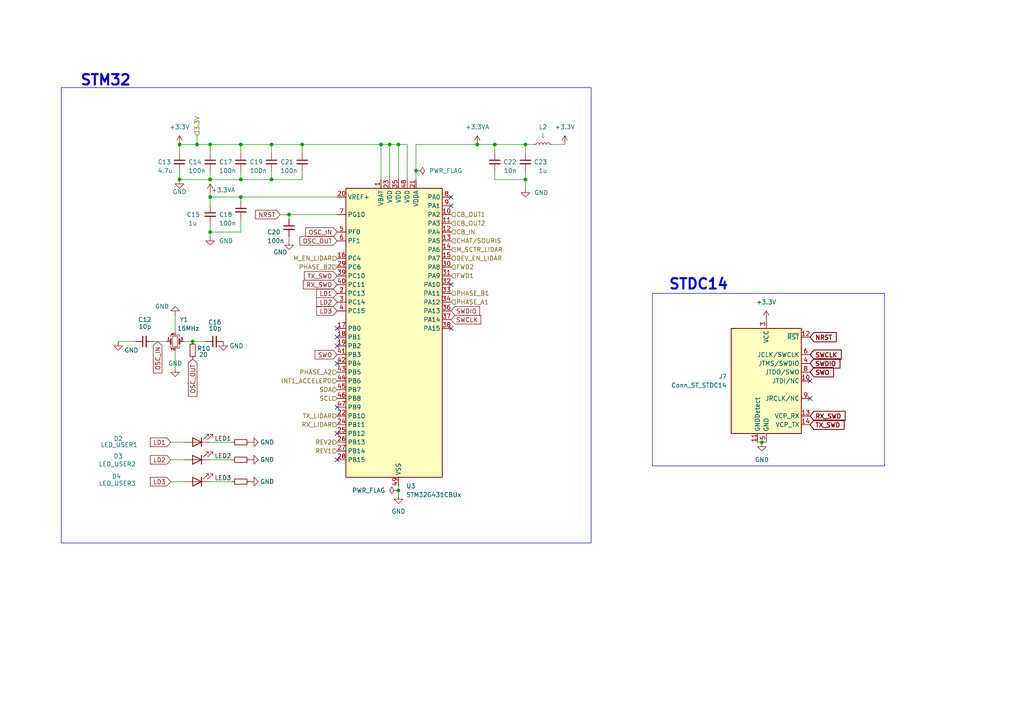
<source format=kicad_sch>
(kicad_sch (version 20231120) (generator "eeschema") (generator_version "8.0")
  (paper "A4")
  (lib_symbols
    (symbol "Connector:Conn_ST_STDC14"
      (property "Reference" "J" (at -8.89 16.51 0))
      (property "Value" "Conn_ST_STDC14" (at 17.78 16.51 0))
      (symbol "Conn_ST_STDC14_0_1"
        (rectangle (start -10.16 15.24) (end 10.16 -15.24) (stroke (width 0.254)) (fill (type background)))
      )
      (symbol "Conn_ST_STDC14_1_1"
        (pin no_connect line (at -10.16 5.08 0) (length 2.54) hide (name "NC") (number "1"))
        (pin output line (at 12.7 0 180) (length 2.54) (name "JTDI/NC") (number "10"))
        (pin passive line (at -2.54 -17.78 90) (length 2.54) (name "GNDDetect") (number "11"))
        (pin open_collector line (at 12.7 12.7 180) (length 2.54) (name "~{RST}") (number "12"))
        (pin output line (at 12.7 -10.16 180) (length 2.54) (name "VCP_RX") (number "13"))
        (pin input line (at 12.7 -12.7 180) (length 2.54) (name "VCP_TX") (number "14"))
        (pin no_connect line (at -10.16 2.54 0) (length 2.54) hide (name "NC") (number "2"))
        (pin power_in line (at 0 17.78 270) (length 2.54) (name "VCC") (number "3"))
        (pin bidirectional line (at 12.7 5.08 180) (length 2.54) (name "JTMS/SWDIO") (number "4"))
        (pin power_in line (at 0 -17.78 90) (length 2.54) (name "GND") (number "5"))
        (pin output line (at 12.7 7.62 180) (length 2.54) (name "JCLK/SWCLK") (number "6"))
        (pin passive line (at 0 -17.78 90) (length 2.54) hide (name "GND") (number "7"))
        (pin input line (at 12.7 2.54 180) (length 2.54) (name "JTDO/SWO") (number "8"))
        (pin input line (at 12.7 -5.08 180) (length 2.54) (name "JRCLK/NC") (number "9"))
      )
    )
    (symbol "Device:C_Small" (pin_numbers hide) (pin_names (offset 0.254) hide)
      (property "Reference" "C" (at 0.254 1.778 0))
      (property "Value" "C_Small" (at 0.254 -2.032 0))
      (symbol "C_Small_0_1"
        (polyline (pts (xy -1.524 -0.508) (xy 1.524 -0.508)) (stroke (width 0.3302)))
        (polyline (pts (xy -1.524 0.508) (xy 1.524 0.508)) (stroke (width 0.3048)))
      )
      (symbol "C_Small_1_1"
        (pin passive line (at 0 2.54 270) (length 2.032) (name "~") (number "1"))
        (pin passive line (at 0 -2.54 90) (length 2.032) (name "~") (number "2"))
      )
    )
    (symbol "Device:Crystal_GND24_Small" (pin_names (offset 1.016) hide)
      (property "Reference" "Y" (at 1.27 4.445 0))
      (property "Value" "Crystal_GND24_Small" (at 1.27 2.54 0))
      (symbol "Crystal_GND24_Small_0_1"
        (rectangle (start -0.762 -1.524) (end 0.762 1.524))
        (polyline (pts (xy -1.27 -0.762) (xy -1.27 0.762)) (stroke (width 0.381)))
        (polyline (pts (xy 1.27 -0.762) (xy 1.27 0.762)) (stroke (width 0.381)))
        (polyline (pts (xy -1.27 -1.27) (xy -1.27 -1.905) (xy 1.27 -1.905) (xy 1.27 -1.27)))
        (polyline (pts (xy -1.27 1.27) (xy -1.27 1.905) (xy 1.27 1.905) (xy 1.27 1.27)))
      )
      (symbol "Crystal_GND24_Small_1_1"
        (pin passive line (at -2.54 0 0) (length 1.27) (name "1") (number "1"))
        (pin passive line (at 0 -2.54 90) (length 0.635) (name "2") (number "2"))
        (pin passive line (at 2.54 0 180) (length 1.27) (name "3") (number "3"))
        (pin passive line (at 0 2.54 270) (length 0.635) (name "4") (number "4"))
      )
    )
    (symbol "Device:LED" (pin_numbers hide) (pin_names (offset 1.016) hide)
      (property "Reference" "D" (at 0 2.54 0))
      (property "Value" "LED" (at 0 -2.54 0))
      (symbol "LED_0_1"
        (polyline (pts (xy -1.27 -1.27) (xy -1.27 1.27)) (stroke (width 0.254)))
        (polyline (pts (xy -1.27 0) (xy 1.27 0)))
        (polyline (pts (xy 1.27 -1.27) (xy 1.27 1.27) (xy -1.27 0) (xy 1.27 -1.27)) (stroke (width 0.254)))
        (polyline (pts (xy -3.048 -0.762) (xy -4.572 -2.286) (xy -3.81 -2.286) (xy -4.572 -2.286) (xy -4.572 -1.524)))
        (polyline (pts (xy -1.778 -0.762) (xy -3.302 -2.286) (xy -2.54 -2.286) (xy -3.302 -2.286) (xy -3.302 -1.524)))
      )
      (symbol "LED_1_1"
        (pin passive line (at -3.81 0 0) (length 2.54) (name "K") (number "1"))
        (pin passive line (at 3.81 0 180) (length 2.54) (name "A") (number "2"))
      )
    )
    (symbol "Device:L_Small" (pin_numbers hide) (pin_names (offset 0.254) hide)
      (property "Reference" "L" (at 0.762 1.016 0))
      (property "Value" "L_Small" (at 0.762 -1.016 0))
      (symbol "L_Small_0_1"
        (arc (start 0 -2.032) (mid 0.5058 -1.524) (end 0 -1.016))
        (arc (start 0 -1.016) (mid 0.5058 -0.508) (end 0 0))
        (arc (start 0 0) (mid 0.5058 0.508) (end 0 1.016))
        (arc (start 0 1.016) (mid 0.5058 1.524) (end 0 2.032))
      )
      (symbol "L_Small_1_1"
        (pin passive line (at 0 2.54 270) (length 0.508) (name "~") (number "1"))
        (pin passive line (at 0 -2.54 90) (length 0.508) (name "~") (number "2"))
      )
    )
    (symbol "Device:R_Small" (pin_numbers hide) (pin_names (offset 0.254) hide)
      (property "Reference" "R" (at 0.762 0.508 0))
      (property "Value" "R_Small" (at 0.762 -1.016 0))
      (symbol "R_Small_0_1"
        (rectangle (start -0.762 1.778) (end 0.762 -1.778) (stroke (width 0.2032)))
      )
      (symbol "R_Small_1_1"
        (pin passive line (at 0 2.54 270) (length 0.762) (name "~") (number "1"))
        (pin passive line (at 0 -2.54 90) (length 0.762) (name "~") (number "2"))
      )
    )
    (symbol "MCU_ST_STM32G4:STM32G431CBUx"
      (property "Reference" "U" (at -12.7 44.45 0))
      (property "Value" "STM32G431CBUx" (at 10.16 44.45 0))
      (symbol "STM32G431CBUx_0_1"
        (rectangle (start -12.7 -40.64) (end 15.24 43.18) (stroke (width 0.254)) (fill (type background)))
      )
      (symbol "STM32G431CBUx_1_1"
        (pin power_in line (at -2.54 45.72 270) (length 2.54) (name "VBAT") (number "1"))
        (pin bidirectional line (at 17.78 35.56 180) (length 2.54) (name "PA2") (number "10"))
        (pin bidirectional line (at 17.78 33.02 180) (length 2.54) (name "PA3") (number "11"))
        (pin bidirectional line (at 17.78 30.48 180) (length 2.54) (name "PA4") (number "12"))
        (pin bidirectional line (at 17.78 27.94 180) (length 2.54) (name "PA5") (number "13"))
        (pin bidirectional line (at 17.78 25.4 180) (length 2.54) (name "PA6") (number "14"))
        (pin bidirectional line (at 17.78 22.86 180) (length 2.54) (name "PA7") (number "15"))
        (pin bidirectional line (at -15.24 22.86 0) (length 2.54) (name "PC4") (number "16"))
        (pin bidirectional line (at -15.24 2.54 0) (length 2.54) (name "PB0") (number "17"))
        (pin bidirectional line (at -15.24 0 0) (length 2.54) (name "PB1") (number "18"))
        (pin bidirectional line (at -15.24 -2.54 0) (length 2.54) (name "PB2") (number "19"))
        (pin bidirectional line (at -15.24 12.7 0) (length 2.54) (name "PC13") (number "2"))
        (pin input line (at -15.24 40.64 0) (length 2.54) (name "VREF+") (number "20"))
        (pin power_in line (at 7.62 45.72 270) (length 2.54) (name "VDDA") (number "21"))
        (pin bidirectional line (at -15.24 -22.86 0) (length 2.54) (name "PB10") (number "22"))
        (pin power_in line (at 0 45.72 270) (length 2.54) (name "VDD") (number "23"))
        (pin bidirectional line (at -15.24 -25.4 0) (length 2.54) (name "PB11") (number "24"))
        (pin bidirectional line (at -15.24 -27.94 0) (length 2.54) (name "PB12") (number "25"))
        (pin bidirectional line (at -15.24 -30.48 0) (length 2.54) (name "PB13") (number "26"))
        (pin bidirectional line (at -15.24 -33.02 0) (length 2.54) (name "PB14") (number "27"))
        (pin bidirectional line (at -15.24 -35.56 0) (length 2.54) (name "PB15") (number "28"))
        (pin bidirectional line (at -15.24 20.32 0) (length 2.54) (name "PC6") (number "29"))
        (pin bidirectional line (at -15.24 10.16 0) (length 2.54) (name "PC14") (number "3"))
        (pin bidirectional line (at 17.78 20.32 180) (length 2.54) (name "PA8") (number "30"))
        (pin bidirectional line (at 17.78 17.78 180) (length 2.54) (name "PA9") (number "31"))
        (pin bidirectional line (at 17.78 15.24 180) (length 2.54) (name "PA10") (number "32"))
        (pin bidirectional line (at 17.78 12.7 180) (length 2.54) (name "PA11") (number "33"))
        (pin bidirectional line (at 17.78 10.16 180) (length 2.54) (name "PA12") (number "34"))
        (pin power_in line (at 2.54 45.72 270) (length 2.54) (name "VDD") (number "35"))
        (pin bidirectional line (at 17.78 7.62 180) (length 2.54) (name "PA13") (number "36"))
        (pin bidirectional line (at 17.78 5.08 180) (length 2.54) (name "PA14") (number "37"))
        (pin bidirectional line (at 17.78 2.54 180) (length 2.54) (name "PA15") (number "38"))
        (pin bidirectional line (at -15.24 17.78 0) (length 2.54) (name "PC10") (number "39"))
        (pin bidirectional line (at -15.24 7.62 0) (length 2.54) (name "PC15") (number "4"))
        (pin bidirectional line (at -15.24 15.24 0) (length 2.54) (name "PC11") (number "40"))
        (pin bidirectional line (at -15.24 -5.08 0) (length 2.54) (name "PB3") (number "41"))
        (pin bidirectional line (at -15.24 -7.62 0) (length 2.54) (name "PB4") (number "42"))
        (pin bidirectional line (at -15.24 -10.16 0) (length 2.54) (name "PB5") (number "43"))
        (pin bidirectional line (at -15.24 -12.7 0) (length 2.54) (name "PB6") (number "44"))
        (pin bidirectional line (at -15.24 -15.24 0) (length 2.54) (name "PB7") (number "45"))
        (pin bidirectional line (at -15.24 -17.78 0) (length 2.54) (name "PB8") (number "46"))
        (pin bidirectional line (at -15.24 -20.32 0) (length 2.54) (name "PB9") (number "47"))
        (pin power_in line (at 5.08 45.72 270) (length 2.54) (name "VDD") (number "48"))
        (pin power_in line (at 2.54 -43.18 90) (length 2.54) (name "VSS") (number "49"))
        (pin bidirectional line (at -15.24 30.48 0) (length 2.54) (name "PF0") (number "5"))
        (pin bidirectional line (at -15.24 27.94 0) (length 2.54) (name "PF1") (number "6"))
        (pin bidirectional line (at -15.24 35.56 0) (length 2.54) (name "PG10") (number "7"))
        (pin bidirectional line (at 17.78 40.64 180) (length 2.54) (name "PA0") (number "8"))
        (pin bidirectional line (at 17.78 38.1 180) (length 2.54) (name "PA1") (number "9"))
      )
    )
    (symbol "power:+3.3V" (power) (pin_names (offset 0))
      (property "Value" "+3.3V" (at 0 3.556 0))
      (symbol "+3.3V_0_1"
        (polyline (pts (xy -0.762 1.27) (xy 0 2.54)))
        (polyline (pts (xy 0 0) (xy 0 2.54)))
        (polyline (pts (xy 0 2.54) (xy 0.762 1.27)))
      )
      (symbol "+3.3V_1_1"
        (pin power_in line (at 0 0 90) (length 0) hide (name "+3.3V") (number "1"))
      )
    )
    (symbol "power:+3.3VA" (power) (pin_numbers hide) (pin_names (offset 0) hide)
      (property "Value" "+3.3VA" (at 0 3.556 0))
      (symbol "+3.3VA_0_1"
        (polyline (pts (xy -0.762 1.27) (xy 0 2.54)))
        (polyline (pts (xy 0 0) (xy 0 2.54)))
        (polyline (pts (xy 0 2.54) (xy 0.762 1.27)))
      )
      (symbol "+3.3VA_1_1"
        (pin power_in line (at 0 0 90) (length 0) (name "~") (number "1"))
      )
    )
    (symbol "power:GND" (power) (pin_names (offset 0))
      (property "Value" "GND" (at 0 -3.81 0))
      (symbol "GND_0_1"
        (polyline (pts (xy 0 0) (xy 0 -1.27) (xy 1.27 -1.27) (xy 0 -2.54) (xy -1.27 -1.27) (xy 0 -1.27)))
      )
      (symbol "GND_1_1"
        (pin power_in line (at 0 0 270) (length 0) hide (name "GND") (number "1"))
      )
    )
    (symbol "power:PWR_FLAG" (power) (pin_numbers hide) (pin_names (offset 0) hide)
      (property "Value" "PWR_FLAG" (at 0 3.81 0))
      (symbol "PWR_FLAG_0_0"
        (pin power_out line (at 0 0 90) (length 0) (name "~") (number "1"))
      )
      (symbol "PWR_FLAG_0_1"
        (polyline (pts (xy 0 0) (xy 0 1.27) (xy -1.016 1.905) (xy 0 2.54) (xy 1.016 1.905) (xy 0 1.27)))
      )
    )
  )
  (junction (at 115.57 41.91))
  (junction (at 220.98 128.27))
  (junction (at 120.65 49.53))
  (junction (at 60.96 52.07))
  (junction (at 152.4 52.07))
  (junction (at 138.43 41.91))
  (junction (at 78.74 52.07))
  (junction (at 113.03 41.91))
  (junction (at 60.96 57.15))
  (junction (at 69.85 52.07))
  (junction (at 83.82 62.23))
  (junction (at 57.15 41.91))
  (junction (at 55.88 99.06))
  (junction (at 78.74 41.91))
  (junction (at 52.07 41.91))
  (junction (at 152.4 41.91))
  (junction (at 60.96 41.91))
  (junction (at 69.85 57.15))
  (junction (at 110.49 41.91))
  (junction (at 69.85 41.91))
  (junction (at 60.96 67.31))
  (junction (at 87.63 41.91))
  (junction (at 143.51 41.91))
  (junction (at 115.57 142.24))
  (junction (at 52.07 52.07))
  (no_connect (at 234.95 110.49))
  (no_connect (at 97.79 100.33))
  (no_connect (at 97.79 118.11))
  (no_connect (at 130.81 57.15))
  (no_connect (at 97.79 125.73))
  (no_connect (at 97.79 133.35))
  (no_connect (at 97.79 97.79))
  (no_connect (at 130.81 82.55))
  (no_connect (at 130.81 59.69))
  (no_connect (at 97.79 95.25))
  (no_connect (at 234.95 115.57))
  (no_connect (at 97.79 105.41))
  (no_connect (at 130.81 95.25))
  (wire (pts (xy 81.28 62.23) (xy 83.82 62.23)))
  (wire (pts (xy 138.43 41.91) (xy 143.51 41.91)))
  (wire (pts (xy 57.15 39.37) (xy 57.15 41.91)))
  (wire (pts (xy 60.96 41.91) (xy 69.85 41.91)))
  (wire (pts (xy 78.74 41.91) (xy 87.63 41.91)))
  (wire (pts (xy 113.03 41.91) (xy 110.49 41.91)))
  (wire (pts (xy 219.71 128.27) (xy 220.98 128.27)))
  (wire (pts (xy 69.85 52.07) (xy 78.74 52.07)))
  (wire (pts (xy 60.96 52.07) (xy 69.85 52.07)))
  (wire (pts (xy 143.51 44.45) (xy 143.51 41.91)))
  (wire (pts (xy 160.02 41.91) (xy 163.83 41.91)))
  (wire (pts (xy 52.07 52.07) (xy 52.07 49.53)))
  (wire (pts (xy 50.8 91.44) (xy 50.8 96.52)))
  (wire (pts (xy 152.4 52.07) (xy 152.4 49.53)))
  (wire (pts (xy 53.34 99.06) (xy 55.88 99.06)))
  (wire (pts (xy 50.8 106.68) (xy 50.8 101.6)))
  (wire (pts (xy 60.96 67.31) (xy 60.96 64.77)))
  (wire (pts (xy 69.85 41.91) (xy 69.85 44.45)))
  (wire (pts (xy 152.4 41.91) (xy 152.4 44.45)))
  (wire (pts (xy 115.57 142.24) (xy 115.57 140.97)))
  (wire (pts (xy 152.4 52.07) (xy 143.51 52.07)))
  (wire (pts (xy 60.96 128.27) (xy 67.31 128.27)))
  (wire (pts (xy 110.49 41.91) (xy 110.49 52.07)))
  (wire (pts (xy 69.85 57.15) (xy 69.85 58.42)))
  (wire (pts (xy 120.65 41.91) (xy 138.43 41.91)))
  (wire (pts (xy 34.29 99.06) (xy 39.37 99.06)))
  (wire (pts (xy 44.45 99.06) (xy 48.26 99.06)))
  (wire (pts (xy 87.63 49.53) (xy 87.63 52.07)))
  (wire (pts (xy 69.85 41.91) (xy 78.74 41.91)))
  (wire (pts (xy 115.57 41.91) (xy 115.57 52.07)))
  (wire (pts (xy 83.82 62.23) (xy 83.82 63.5)))
  (wire (pts (xy 69.85 63.5) (xy 69.85 67.31)))
  (wire (pts (xy 55.88 99.06) (xy 59.69 99.06)))
  (wire (pts (xy 143.51 49.53) (xy 143.51 52.07)))
  (wire (pts (xy 120.65 52.07) (xy 120.65 49.53)))
  (wire (pts (xy 115.57 143.51) (xy 115.57 142.24)))
  (wire (pts (xy 115.57 41.91) (xy 113.03 41.91)))
  (wire (pts (xy 78.74 49.53) (xy 78.74 52.07)))
  (wire (pts (xy 220.98 128.27) (xy 222.25 128.27)))
  (wire (pts (xy 113.03 41.91) (xy 113.03 52.07)))
  (wire (pts (xy 49.53 133.35) (xy 53.34 133.35)))
  (wire (pts (xy 52.07 52.07) (xy 60.96 52.07)))
  (wire (pts (xy 60.96 57.15) (xy 60.96 59.69)))
  (wire (pts (xy 60.96 55.88) (xy 60.96 57.15)))
  (wire (pts (xy 78.74 41.91) (xy 78.74 44.45)))
  (wire (pts (xy 57.15 41.91) (xy 60.96 41.91)))
  (wire (pts (xy 69.85 49.53) (xy 69.85 52.07)))
  (wire (pts (xy 152.4 41.91) (xy 143.51 41.91)))
  (wire (pts (xy 60.96 49.53) (xy 60.96 52.07)))
  (wire (pts (xy 52.07 41.91) (xy 57.15 41.91)))
  (wire (pts (xy 52.07 41.91) (xy 52.07 44.45)))
  (wire (pts (xy 118.11 52.07) (xy 118.11 41.91)))
  (wire (pts (xy 60.96 133.35) (xy 67.31 133.35)))
  (wire (pts (xy 118.11 41.91) (xy 115.57 41.91)))
  (wire (pts (xy 120.65 49.53) (xy 120.65 41.91)))
  (wire (pts (xy 60.96 57.15) (xy 69.85 57.15)))
  (wire (pts (xy 110.49 41.91) (xy 87.63 41.91)))
  (wire (pts (xy 49.53 128.27) (xy 53.34 128.27)))
  (wire (pts (xy 49.53 139.7) (xy 53.34 139.7)))
  (wire (pts (xy 60.96 139.7) (xy 67.31 139.7)))
  (wire (pts (xy 152.4 41.91) (xy 154.94 41.91)))
  (wire (pts (xy 60.96 68.58) (xy 60.96 67.31)))
  (wire (pts (xy 78.74 52.07) (xy 87.63 52.07)))
  (wire (pts (xy 83.82 62.23) (xy 97.79 62.23)))
  (wire (pts (xy 152.4 54.61) (xy 152.4 52.07)))
  (wire (pts (xy 87.63 44.45) (xy 87.63 41.91)))
  (wire (pts (xy 97.79 57.15) (xy 69.85 57.15)))
  (wire (pts (xy 60.96 67.31) (xy 69.85 67.31)))
  (wire (pts (xy 60.96 44.45) (xy 60.96 41.91)))
  (wire (pts (xy 83.82 68.58) (xy 83.82 69.85)))
  (rectangle (start 17.78 25.4) (end 171.45 157.48))
  (rectangle (start 189.23 85.09) (end 256.54 135.128))
  (text "STDC14" (at 193.802 84.328 0) (effects (font (size 3 3) (bold yes)) (justify left bottom)))
  (text "STM32\n" (at 23.114 25.146 0) (effects (font (size 3 3) (bold yes)) (justify left bottom)))
  (label "LED2" (at 62.23 133.35 0))
  (label "LED1" (at 62.23 128.27 0))
  (label "LED3" (at 62.23 139.7 0))
  (global_label "SWO" (shape input) (at 234.95 107.95 0) (effects (font (bold yes))) (property "Intersheetrefs" "${INTERSHEET_REFS}" (effects (hide yes))))
  (global_label "NRST" (shape input) (at 234.95 97.79 0) (effects (font (bold yes))) (property "Intersheetrefs" "${INTERSHEET_REFS}" (effects (hide yes))))
  (global_label "RX_SWD" (shape input) (at 234.95 120.65 0) (effects (font (bold yes))) (property "Intersheetrefs" "${INTERSHEET_REFS}" (effects (hide yes))))
  (global_label "OSC_OUT" (shape input) (at 97.79 69.85 180) (property "Intersheetrefs" "${INTERSHEET_REFS}" (effects (hide yes))))
  (global_label "OSC_OUT" (shape input) (at 55.88 104.14 270) (property "Intersheetrefs" "${INTERSHEET_REFS}" (effects (hide yes))))
  (global_label "LD1" (shape input) (at 97.79 85.09 180) (property "Intersheetrefs" "${INTERSHEET_REFS}" (effects (hide yes))))
  (global_label "TX_SWD" (shape input) (at 97.79 80.01 180) (property "Intersheetrefs" "${INTERSHEET_REFS}" (effects (hide yes))))
  (global_label "LD1" (shape input) (at 49.53 128.27 180) (property "Intersheetrefs" "${INTERSHEET_REFS}" (effects (hide yes))))
  (global_label "LD2" (shape input) (at 97.79 87.63 180) (property "Intersheetrefs" "${INTERSHEET_REFS}" (effects (hide yes))))
  (global_label "LD3" (shape input) (at 49.53 139.7 180) (property "Intersheetrefs" "${INTERSHEET_REFS}" (effects (hide yes))))
  (global_label "SWO" (shape input) (at 97.79 102.87 180) (property "Intersheetrefs" "${INTERSHEET_REFS}" (effects (hide yes))))
  (global_label "SWDIO" (shape input) (at 234.95 105.41 0) (effects (font (bold yes))) (property "Intersheetrefs" "${INTERSHEET_REFS}" (effects (hide yes))))
  (global_label "RX_SWD" (shape input) (at 97.79 82.55 180) (property "Intersheetrefs" "${INTERSHEET_REFS}" (effects (hide yes))))
  (global_label "LD3" (shape input) (at 97.79 90.17 180) (property "Intersheetrefs" "${INTERSHEET_REFS}" (effects (hide yes))))
  (global_label "SWCLK" (shape input) (at 234.95 102.87 0) (effects (font (bold yes))) (property "Intersheetrefs" "${INTERSHEET_REFS}" (effects (hide yes))))
  (global_label "LD2" (shape input) (at 49.53 133.35 180) (property "Intersheetrefs" "${INTERSHEET_REFS}" (effects (hide yes))))
  (global_label "SWDIO" (shape input) (at 130.81 90.17 0) (property "Intersheetrefs" "${INTERSHEET_REFS}" (effects (hide yes))))
  (global_label "SWCLK" (shape input) (at 130.81 92.71 0) (property "Intersheetrefs" "${INTERSHEET_REFS}" (effects (hide yes))))
  (global_label "OSC_IN" (shape input) (at 97.79 67.31 180) (property "Intersheetrefs" "${INTERSHEET_REFS}" (effects (hide yes))))
  (global_label "NRST" (shape input) (at 81.28 62.23 180) (property "Intersheetrefs" "${INTERSHEET_REFS}" (effects (hide yes))))
  (global_label "TX_SWD" (shape input) (at 234.95 123.19 0) (effects (font (bold yes))) (property "Intersheetrefs" "${INTERSHEET_REFS}" (effects (hide yes))))
  (global_label "OSC_IN" (shape input) (at 45.72 99.06 270) (property "Intersheetrefs" "${INTERSHEET_REFS}" (effects (hide yes))))
  (hierarchical_label "CB_OUT2" (shape input) (at 130.81 64.77 0))
  (hierarchical_label "TX_LIDAR" (shape input) (at 97.79 120.65 180))
  (hierarchical_label "M_EN_LIDAR" (shape input) (at 97.79 74.93 180))
  (hierarchical_label "PHASE_B1" (shape input) (at 130.81 85.09 0))
  (hierarchical_label "M_SCTR_LIDAR" (shape input) (at 130.81 72.39 0))
  (hierarchical_label "INT1_ACCELERO" (shape input) (at 97.79 110.49 180))
  (hierarchical_label "PHASE_A2" (shape input) (at 97.79 107.95 180))
  (hierarchical_label "CB_IN" (shape input) (at 130.81 67.31 0))
  (hierarchical_label "3.3V" (shape input) (at 57.15 39.37 90))
  (hierarchical_label "RX_LIDAR" (shape input) (at 97.79 123.19 180))
  (hierarchical_label "FWD1" (shape input) (at 130.81 80.01 0))
  (hierarchical_label "CHAT{slash}SOURIS" (shape input) (at 130.81 69.85 0))
  (hierarchical_label "CB_OUT1" (shape input) (at 130.81 62.23 0))
  (hierarchical_label "FWD2" (shape input) (at 130.81 77.47 0))
  (hierarchical_label "REV1" (shape input) (at 97.79 130.81 180))
  (hierarchical_label "SCL" (shape input) (at 97.79 115.57 180))
  (hierarchical_label "PHASE_B2" (shape input) (at 97.79 77.47 180))
  (hierarchical_label "SDA" (shape input) (at 97.79 113.03 180))
  (hierarchical_label "PHASE_A1" (shape input) (at 130.81 87.63 0))
  (hierarchical_label "REV2" (shape input) (at 97.79 128.27 180))
  (hierarchical_label "DEV_EN_LIDAR" (shape input) (at 130.81 74.93 0))
  (symbol (lib_id "power:+3.3VA") (at 138.43 41.91 0) (unit 1)
    (property "Reference" "#PWR050" (effects (hide yes)))
    (property "Value" "+3.3VA" (at 138.43 36.83 0))
    (property "Description" "Power symbol creates a global label with name \"+3.3VA\"" (effects (hide yes)))
  )
  (symbol (lib_id "power:GND") (at 115.57 143.51 0) (unit 1)
    (property "Reference" "#PWR049" (effects (hide yes)))
    (property "Value" "GND" (at 115.57 148.336 0))
  )
  (symbol (lib_id "Device:C_Small") (at 87.63 46.99 0) (unit 1)
    (property "Reference" "C21" (at 81.28 46.99 0) (effects (justify left)))
    (property "Value" "100n" (at 81.28 49.53 0) (effects (justify left)))
    (property "Footprint" "Capacitor_SMD:C_0402_1005Metric_Pad0.74x0.62mm_HandSolder" (effects (hide yes)))
  )
  (symbol (lib_id "power:GND") (at 83.82 69.85 0) (unit 1)
    (property "Reference" "#PWR048" (effects (hide yes)))
    (property "Value" "GND" (at 79.248 73.152 0) (effects (justify left)))
  )
  (symbol (lib_id "power:GND") (at 220.98 128.27 0) (mirror y) (unit 1)
    (property "Reference" "#PWR053" (effects (hide yes)))
    (property "Value" "GND" (at 220.98 133.35 0))
  )
  (symbol (lib_id "power:GND") (at 34.29 99.06 0) (unit 1)
    (property "Reference" "#PWR037" (effects (hide yes)))
    (property "Value" "GND" (at 38.1 101.6 0))
  )
  (symbol (lib_id "power:GND") (at 52.07 52.07 0) (unit 1)
    (property "Reference" "#PWR041" (effects (hide yes)))
    (property "Value" "GND" (at 52.07 55.626 0))
  )
  (symbol (lib_id "Device:R_Small") (at 69.85 128.27 90) (unit 1)
    (property "Reference" "R11" (effects (hide yes)))
    (property "Value" "680" (effects (hide yes)))
    (property "Footprint" "Resistor_SMD:R_0402_1005Metric_Pad0.72x0.64mm_HandSolder" (effects (hide yes)))
  )
  (symbol (lib_id "power:GND") (at 60.96 68.58 0) (unit 1)
    (property "Reference" "#PWR043" (effects (hide yes)))
    (property "Value" "GND" (at 63.5 69.8499 0) (effects (justify left)))
  )
  (symbol (lib_id "Connector:Conn_ST_STDC14") (at 222.25 110.49 0) (unit 1)
    (property "Reference" "J7" (at 210.82 109.2199 0) (effects (justify right)))
    (property "Value" "Conn_ST_STDC14" (at 210.82 111.7599 0) (effects (justify right)))
    (property "Footprint" "Connector_PinHeader_1.27mm:PinHeader_2x07_P1.27mm_Vertical_SMD" (effects (hide yes)))
    (property "Datasheet" "https://www.st.com/content/ccc/resource/technical/document/user_manual/group1/99/49/91/b6/b2/3a/46/e5/DM00526767/files/DM00526767.pdf/jcr:content/translations/en.DM00526767.pdf" (effects (hide yes)))
    (property "Description" "ST Debug Connector, standard ARM Cortex-M SWD and JTAG interface plus UART" (effects (hide yes)))
  )
  (symbol (lib_id "power:+3.3VA") (at 60.96 55.88 0) (unit 1)
    (property "Reference" "#PWR042" (effects (hide yes)))
    (property "Value" "+3.3VA" (at 64.77 55.118 0))
    (property "Description" "Power symbol creates a global label with name \"+3.3VA\"" (effects (hide yes)))
  )
  (symbol (lib_id "power:+3.3V") (at 222.25 92.71 0) (mirror y) (unit 1)
    (property "Reference" "#PWR054" (effects (hide yes)))
    (property "Value" "+3.3V" (at 222.25 87.63 0))
  )
  (symbol (lib_id "Device:C_Small") (at 69.85 46.99 0) (unit 1)
    (property "Reference" "C17" (at 63.5 46.99 0) (effects (justify left)))
    (property "Value" "100n" (at 63.5 49.53 0) (effects (justify left)))
    (property "Footprint" "Capacitor_SMD:C_0402_1005Metric_Pad0.74x0.62mm_HandSolder" (effects (hide yes)))
  )
  (symbol (lib_id "Device:Crystal_GND24_Small") (at 50.8 99.06 0) (unit 1)
    (property "Reference" "Y1" (at 53.34 92.71 0))
    (property "Value" "16MHz" (at 54.61 95.25 0))
    (property "Footprint" "Crystal:Crystal_SMD_3225-4Pin_3.2x2.5mm" (effects (hide yes)))
  )
  (symbol (lib_id "power:GND") (at 50.8 106.68 0) (unit 1)
    (property "Reference" "#PWR039" (effects (hide yes)))
    (property "Value" "GND" (at 50.8 105.41 0))
  )
  (symbol (lib_id "Device:C_Small") (at 143.51 46.99 0) (mirror y) (unit 1)
    (property "Reference" "C22" (at 149.86 46.99 0) (effects (justify left)))
    (property "Value" "10n" (at 149.86 49.53 0) (effects (justify left)))
    (property "Footprint" "Capacitor_SMD:C_0402_1005Metric_Pad0.74x0.62mm_HandSolder" (effects (hide yes)))
  )
  (symbol (lib_id "Device:LED") (at 57.15 139.7 180) (unit 1)
    (property "Reference" "D4" (at 33.782 138.176 0))
    (property "Value" "LED_USER3" (at 34.036 140.208 0))
    (property "Footprint" "Resistor_SMD:R_0402_1005Metric_Pad0.72x0.64mm_HandSolder" (effects (hide yes)))
  )
  (symbol (lib_id "Device:C_Small") (at 152.4 46.99 0) (mirror y) (unit 1)
    (property "Reference" "C23" (at 158.75 46.99 0) (effects (justify left)))
    (property "Value" "1u" (at 158.75 49.53 0) (effects (justify left)))
    (property "Footprint" "Capacitor_SMD:C_0402_1005Metric_Pad0.74x0.62mm_HandSolder" (effects (hide yes)))
  )
  (symbol (lib_id "power:GND") (at 72.39 128.27 90) (unit 1)
    (property "Reference" "#PWR045" (effects (hide yes)))
    (property "Value" "GND" (at 77.47 128.27 90))
  )
  (symbol (lib_id "Device:R_Small") (at 69.85 139.7 90) (unit 1)
    (property "Reference" "R13" (effects (hide yes)))
    (property "Value" "680" (effects (hide yes)))
    (property "Footprint" "Resistor_SMD:R_0402_1005Metric_Pad0.72x0.64mm_HandSolder" (effects (hide yes)))
  )
  (symbol (lib_id "Device:LED") (at 57.15 128.27 180) (unit 1)
    (property "Reference" "D2" (at 34.29 127.254 0))
    (property "Value" "LED_USER1" (at 34.544 129.032 0))
    (property "Footprint" "Resistor_SMD:R_0402_1005Metric_Pad0.72x0.64mm_HandSolder" (effects (hide yes)))
  )
  (symbol (lib_id "Device:LED") (at 57.15 133.35 180) (unit 1)
    (property "Reference" "D3" (at 34.29 132.334 0))
    (property "Value" "LED_USER2" (at 34.036 134.62 0))
    (property "Footprint" "Resistor_SMD:R_0402_1005Metric_Pad0.72x0.64mm_HandSolder" (effects (hide yes)))
  )
  (symbol (lib_id "power:GND") (at 152.4 54.61 0) (mirror y) (unit 1)
    (property "Reference" "#PWR051" (effects (hide yes)))
    (property "Value" "GND" (at 154.94 55.8799 0) (effects (justify right)))
  )
  (symbol (lib_id "power:GND") (at 64.77 99.06 0) (unit 1)
    (property "Reference" "#PWR044" (effects (hide yes)))
    (property "Value" "GND" (at 68.58 100.33 0))
  )
  (symbol (lib_id "Device:C_Small") (at 83.82 66.04 0) (unit 1)
    (property "Reference" "C20" (at 77.47 67.31 0) (effects (justify left)))
    (property "Value" "100n" (at 77.47 69.85 0) (effects (justify left)))
    (property "Footprint" "Capacitor_SMD:C_0402_1005Metric_Pad0.74x0.62mm_HandSolder" (effects (hide yes)))
  )
  (symbol (lib_id "power:GND") (at 72.39 133.35 90) (unit 1)
    (property "Reference" "#PWR046" (effects (hide yes)))
    (property "Value" "GND" (at 77.47 133.35 90))
  )
  (symbol (lib_id "Device:C_Small") (at 41.91 99.06 90) (unit 1)
    (property "Reference" "C12" (at 43.942 92.71 90) (effects (justify left)))
    (property "Value" "10p" (at 43.942 94.742 90) (effects (justify left)))
    (property "Footprint" "Capacitor_SMD:C_0402_1005Metric_Pad0.74x0.62mm_HandSolder" (effects (hide yes)))
  )
  (symbol (lib_id "Device:C_Small") (at 60.96 46.99 0) (unit 1)
    (property "Reference" "C14" (at 54.61 46.99 0) (effects (justify left)))
    (property "Value" "100n" (at 54.61 49.53 0) (effects (justify left)))
    (property "Footprint" "Capacitor_SMD:C_0402_1005Metric_Pad0.74x0.62mm_HandSolder" (effects (hide yes)))
  )
  (symbol (lib_id "Device:L_Small") (at 157.48 41.91 90) (unit 1)
    (property "Reference" "L2" (at 157.48 36.83 90))
    (property "Value" "l" (at 157.48 39.37 90))
    (property "Footprint" "Capacitor_SMD:C_0402_1005Metric_Pad0.74x0.62mm_HandSolder" (effects (hide yes)))
    (property "Description" "Inductor, small symbol" (effects (hide yes)))
  )
  (symbol (lib_id "power:PWR_FLAG") (at 115.57 142.24 90) (unit 1)
    (property "Reference" "#FLG02" (effects (hide yes)))
    (property "Value" "PWR_FLAG" (at 111.76 142.2399 90) (effects (justify left)))
    (property "Description" "Special symbol for telling ERC where power comes from" (effects (hide yes)))
  )
  (symbol (lib_id "Device:C_Small") (at 78.74 46.99 0) (unit 1)
    (property "Reference" "C19" (at 72.39 46.99 0) (effects (justify left)))
    (property "Value" "100n" (at 72.39 49.53 0) (effects (justify left)))
    (property "Footprint" "Capacitor_SMD:C_0402_1005Metric_Pad0.74x0.62mm_HandSolder" (effects (hide yes)))
  )
  (symbol (lib_id "power:PWR_FLAG") (at 120.65 49.53 270) (unit 1)
    (property "Reference" "#FLG03" (effects (hide yes)))
    (property "Value" "PWR_FLAG" (at 124.46 49.5299 90) (effects (justify left)))
    (property "Description" "Special symbol for telling ERC where power comes from" (effects (hide yes)))
  )
  (symbol (lib_id "Device:C_Small") (at 69.85 60.96 0) (unit 1)
    (property "Reference" "C18" (at 63.5 62.23 0) (effects (justify left)))
    (property "Value" "100n" (at 63.5 64.77 0) (effects (justify left)))
    (property "Footprint" "Capacitor_SMD:C_0402_1005Metric_Pad0.74x0.62mm_HandSolder" (effects (hide yes)))
  )
  (symbol (lib_id "power:+3.3V") (at 163.83 41.91 0) (mirror y) (unit 1)
    (property "Reference" "#PWR052" (effects (hide yes)))
    (property "Value" "+3.3V" (at 163.83 36.83 0))
  )
  (symbol (lib_id "Device:R_Small") (at 55.88 101.6 0) (unit 1)
    (property "Reference" "R10" (at 57.15 101.092 0) (effects (justify left)))
    (property "Value" "20" (at 57.658 102.87 0) (effects (justify left)))
    (property "Footprint" "Resistor_SMD:R_0402_1005Metric_Pad0.72x0.64mm_HandSolder" (effects (hide yes)))
  )
  (symbol (lib_id "Device:R_Small") (at 69.85 133.35 90) (unit 1)
    (property "Reference" "R12" (effects (hide yes)))
    (property "Value" "680" (effects (hide yes)))
    (property "Footprint" "Resistor_SMD:R_0402_1005Metric_Pad0.72x0.64mm_HandSolder" (effects (hide yes)))
  )
  (symbol (lib_id "power:GND") (at 50.8 91.44 180) (unit 1)
    (property "Reference" "#PWR038" (effects (hide yes)))
    (property "Value" "GND" (at 46.99 88.9 0))
  )
  (symbol (lib_id "Device:C_Small") (at 62.23 99.06 90) (unit 1)
    (property "Reference" "C16" (at 64.262 93.472 90) (effects (justify left)))
    (property "Value" "10p" (at 64.262 95.25 90) (effects (justify left)))
    (property "Footprint" "Capacitor_SMD:C_0402_1005Metric_Pad0.74x0.62mm_HandSolder" (effects (hide yes)))
  )
  (symbol (lib_id "power:+3.3V") (at 52.07 41.91 0) (unit 1)
    (property "Reference" "#PWR040" (effects (hide yes)))
    (property "Value" "+3.3V" (at 52.07 36.83 0))
  )
  (symbol (lib_id "power:GND") (at 72.39 139.7 90) (unit 1)
    (property "Reference" "#PWR047" (effects (hide yes)))
    (property "Value" "GND" (at 77.47 139.7 90))
  )
  (symbol (lib_id "MCU_ST_STM32G4:STM32G431CBUx") (at 113.03 97.79 0) (unit 1)
    (property "Reference" "U3" (at 117.7641 140.97 0) (effects (justify left)))
    (property "Value" "STM32G431CBUx" (at 117.7641 143.51 0) (effects (justify left)))
    (property "Footprint" "STM32:QFN-48-1EP_7x7mm_P0.5mm_EP5.6x5.6mm_AJ" (effects (hide yes)))
    (property "Datasheet" "https://www.st.com/resource/en/datasheet/stm32g431cb.pdf" (effects (hide yes)))
    (property "Description" "STMicroelectronics Arm Cortex-M4 MCU, 128KB flash, 32KB RAM, 170 MHz, 1.71-3.6V, 42 GPIO, UFQFPN48" (effects (hide yes)))
  )
  (symbol (lib_id "Device:C_Small") (at 60.96 62.23 0) (unit 1)
    (property "Reference" "C15" (at 54.102 62.23 0) (effects (justify left)))
    (property "Value" "1u" (at 54.61 64.77 0) (effects (justify left)))
    (property "Footprint" "Capacitor_SMD:C_0402_1005Metric_Pad0.74x0.62mm_HandSolder" (effects (hide yes)))
  )
  (symbol (lib_id "Device:C_Small") (at 52.07 46.99 0) (unit 1)
    (property "Reference" "C13" (at 45.72 46.99 0) (effects (justify left)))
    (property "Value" "4.7u" (at 45.72 49.53 0) (effects (justify left)))
    (property "Footprint" "Capacitor_SMD:C_0402_1005Metric_Pad0.74x0.62mm_HandSolder" (effects (hide yes)))
  )
)
</source>
